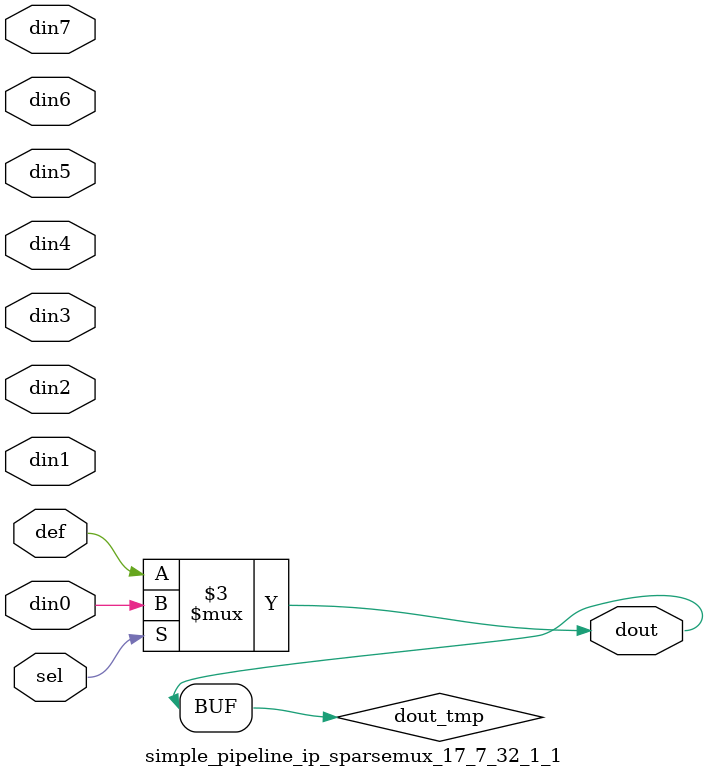
<source format=v>
`timescale 1ns / 1ps

module simple_pipeline_ip_sparsemux_17_7_32_1_1 (din0,din1,din2,din3,din4,din5,din6,din7,def,sel,dout);

parameter din0_WIDTH = 1;

parameter din1_WIDTH = 1;

parameter din2_WIDTH = 1;

parameter din3_WIDTH = 1;

parameter din4_WIDTH = 1;

parameter din5_WIDTH = 1;

parameter din6_WIDTH = 1;

parameter din7_WIDTH = 1;

parameter def_WIDTH = 1;
parameter sel_WIDTH = 1;
parameter dout_WIDTH = 1;

parameter [sel_WIDTH-1:0] CASE0 = 1;

parameter [sel_WIDTH-1:0] CASE1 = 1;

parameter [sel_WIDTH-1:0] CASE2 = 1;

parameter [sel_WIDTH-1:0] CASE3 = 1;

parameter [sel_WIDTH-1:0] CASE4 = 1;

parameter [sel_WIDTH-1:0] CASE5 = 1;

parameter [sel_WIDTH-1:0] CASE6 = 1;

parameter [sel_WIDTH-1:0] CASE7 = 1;

parameter ID = 1;
parameter NUM_STAGE = 1;



input [din0_WIDTH-1:0] din0;

input [din1_WIDTH-1:0] din1;

input [din2_WIDTH-1:0] din2;

input [din3_WIDTH-1:0] din3;

input [din4_WIDTH-1:0] din4;

input [din5_WIDTH-1:0] din5;

input [din6_WIDTH-1:0] din6;

input [din7_WIDTH-1:0] din7;

input [def_WIDTH-1:0] def;
input [sel_WIDTH-1:0] sel;

output [dout_WIDTH-1:0] dout;



reg [dout_WIDTH-1:0] dout_tmp;


always @ (*) begin
(* parallel_case *) case (sel)
    
    CASE0 : dout_tmp = din0;
    
    CASE1 : dout_tmp = din1;
    
    CASE2 : dout_tmp = din2;
    
    CASE3 : dout_tmp = din3;
    
    CASE4 : dout_tmp = din4;
    
    CASE5 : dout_tmp = din5;
    
    CASE6 : dout_tmp = din6;
    
    CASE7 : dout_tmp = din7;
    
    default : dout_tmp = def;
endcase
end


assign dout = dout_tmp;



endmodule

</source>
